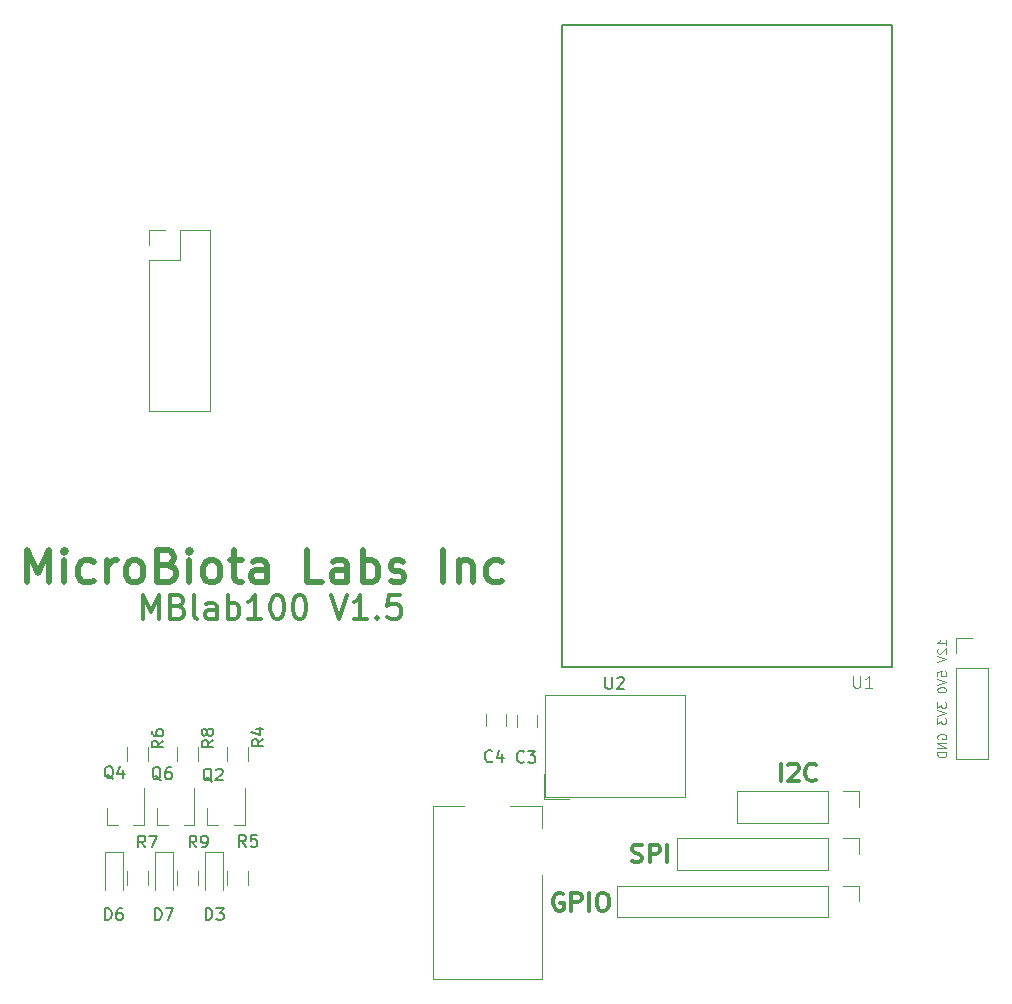
<source format=gto>
G04 #@! TF.GenerationSoftware,KiCad,Pcbnew,(5.0.0)*
G04 #@! TF.CreationDate,2019-02-03T17:05:02-08:00*
G04 #@! TF.ProjectId,mlab100_Base_Panel_1.5,6D6C61623130305F426173655F50616E,rev?*
G04 #@! TF.SameCoordinates,Original*
G04 #@! TF.FileFunction,Legend,Top*
G04 #@! TF.FilePolarity,Positive*
%FSLAX46Y46*%
G04 Gerber Fmt 4.6, Leading zero omitted, Abs format (unit mm)*
G04 Created by KiCad (PCBNEW (5.0.0)) date 02/03/19 17:05:02*
%MOMM*%
%LPD*%
G01*
G04 APERTURE LIST*
%ADD10C,0.300000*%
%ADD11C,0.100000*%
%ADD12C,0.500000*%
%ADD13C,0.127000*%
%ADD14C,0.120000*%
%ADD15C,0.050000*%
%ADD16C,0.150000*%
G04 APERTURE END LIST*
D10*
X69725714Y-64028571D02*
X69725714Y-62528571D01*
X70368571Y-62671428D02*
X70440000Y-62600000D01*
X70582857Y-62528571D01*
X70940000Y-62528571D01*
X71082857Y-62600000D01*
X71154285Y-62671428D01*
X71225714Y-62814285D01*
X71225714Y-62957142D01*
X71154285Y-63171428D01*
X70297142Y-64028571D01*
X71225714Y-64028571D01*
X72725714Y-63885714D02*
X72654285Y-63957142D01*
X72440000Y-64028571D01*
X72297142Y-64028571D01*
X72082857Y-63957142D01*
X71940000Y-63814285D01*
X71868571Y-63671428D01*
X71797142Y-63385714D01*
X71797142Y-63171428D01*
X71868571Y-62885714D01*
X71940000Y-62742857D01*
X72082857Y-62600000D01*
X72297142Y-62528571D01*
X72440000Y-62528571D01*
X72654285Y-62600000D01*
X72725714Y-62671428D01*
X57124285Y-70817142D02*
X57338571Y-70888571D01*
X57695714Y-70888571D01*
X57838571Y-70817142D01*
X57910000Y-70745714D01*
X57981428Y-70602857D01*
X57981428Y-70460000D01*
X57910000Y-70317142D01*
X57838571Y-70245714D01*
X57695714Y-70174285D01*
X57410000Y-70102857D01*
X57267142Y-70031428D01*
X57195714Y-69960000D01*
X57124285Y-69817142D01*
X57124285Y-69674285D01*
X57195714Y-69531428D01*
X57267142Y-69460000D01*
X57410000Y-69388571D01*
X57767142Y-69388571D01*
X57981428Y-69460000D01*
X58624285Y-70888571D02*
X58624285Y-69388571D01*
X59195714Y-69388571D01*
X59338571Y-69460000D01*
X59410000Y-69531428D01*
X59481428Y-69674285D01*
X59481428Y-69888571D01*
X59410000Y-70031428D01*
X59338571Y-70102857D01*
X59195714Y-70174285D01*
X58624285Y-70174285D01*
X60124285Y-70888571D02*
X60124285Y-69388571D01*
X51280000Y-73540000D02*
X51137142Y-73468571D01*
X50922857Y-73468571D01*
X50708571Y-73540000D01*
X50565714Y-73682857D01*
X50494285Y-73825714D01*
X50422857Y-74111428D01*
X50422857Y-74325714D01*
X50494285Y-74611428D01*
X50565714Y-74754285D01*
X50708571Y-74897142D01*
X50922857Y-74968571D01*
X51065714Y-74968571D01*
X51280000Y-74897142D01*
X51351428Y-74825714D01*
X51351428Y-74325714D01*
X51065714Y-74325714D01*
X51994285Y-74968571D02*
X51994285Y-73468571D01*
X52565714Y-73468571D01*
X52708571Y-73540000D01*
X52780000Y-73611428D01*
X52851428Y-73754285D01*
X52851428Y-73968571D01*
X52780000Y-74111428D01*
X52708571Y-74182857D01*
X52565714Y-74254285D01*
X51994285Y-74254285D01*
X53494285Y-74968571D02*
X53494285Y-73468571D01*
X54494285Y-73468571D02*
X54780000Y-73468571D01*
X54922857Y-73540000D01*
X55065714Y-73682857D01*
X55137142Y-73968571D01*
X55137142Y-74468571D01*
X55065714Y-74754285D01*
X54922857Y-74897142D01*
X54780000Y-74968571D01*
X54494285Y-74968571D01*
X54351428Y-74897142D01*
X54208571Y-74754285D01*
X54137142Y-74468571D01*
X54137142Y-73968571D01*
X54208571Y-73682857D01*
X54351428Y-73540000D01*
X54494285Y-73468571D01*
D11*
X83729285Y-52504285D02*
X83729285Y-52075714D01*
X83729285Y-52290000D02*
X82979285Y-52290000D01*
X83086428Y-52218571D01*
X83157857Y-52147142D01*
X83193571Y-52075714D01*
X83050714Y-52790000D02*
X83015000Y-52825714D01*
X82979285Y-52897142D01*
X82979285Y-53075714D01*
X83015000Y-53147142D01*
X83050714Y-53182857D01*
X83122142Y-53218571D01*
X83193571Y-53218571D01*
X83300714Y-53182857D01*
X83729285Y-52754285D01*
X83729285Y-53218571D01*
X82979285Y-53432857D02*
X83729285Y-53682857D01*
X82979285Y-53932857D01*
X82979285Y-55111428D02*
X82979285Y-54754285D01*
X83336428Y-54718571D01*
X83300714Y-54754285D01*
X83265000Y-54825714D01*
X83265000Y-55004285D01*
X83300714Y-55075714D01*
X83336428Y-55111428D01*
X83407857Y-55147142D01*
X83586428Y-55147142D01*
X83657857Y-55111428D01*
X83693571Y-55075714D01*
X83729285Y-55004285D01*
X83729285Y-54825714D01*
X83693571Y-54754285D01*
X83657857Y-54718571D01*
X82979285Y-55361428D02*
X83729285Y-55611428D01*
X82979285Y-55861428D01*
X82979285Y-56254285D02*
X82979285Y-56325714D01*
X83015000Y-56397142D01*
X83050714Y-56432857D01*
X83122142Y-56468571D01*
X83265000Y-56504285D01*
X83443571Y-56504285D01*
X83586428Y-56468571D01*
X83657857Y-56432857D01*
X83693571Y-56397142D01*
X83729285Y-56325714D01*
X83729285Y-56254285D01*
X83693571Y-56182857D01*
X83657857Y-56147142D01*
X83586428Y-56111428D01*
X83443571Y-56075714D01*
X83265000Y-56075714D01*
X83122142Y-56111428D01*
X83050714Y-56147142D01*
X83015000Y-56182857D01*
X82979285Y-56254285D01*
X82979285Y-57325714D02*
X82979285Y-57790000D01*
X83265000Y-57540000D01*
X83265000Y-57647142D01*
X83300714Y-57718571D01*
X83336428Y-57754285D01*
X83407857Y-57790000D01*
X83586428Y-57790000D01*
X83657857Y-57754285D01*
X83693571Y-57718571D01*
X83729285Y-57647142D01*
X83729285Y-57432857D01*
X83693571Y-57361428D01*
X83657857Y-57325714D01*
X82979285Y-58004285D02*
X83729285Y-58254285D01*
X82979285Y-58504285D01*
X82979285Y-58682857D02*
X82979285Y-59147142D01*
X83265000Y-58897142D01*
X83265000Y-59004285D01*
X83300714Y-59075714D01*
X83336428Y-59111428D01*
X83407857Y-59147142D01*
X83586428Y-59147142D01*
X83657857Y-59111428D01*
X83693571Y-59075714D01*
X83729285Y-59004285D01*
X83729285Y-58790000D01*
X83693571Y-58718571D01*
X83657857Y-58682857D01*
X83015000Y-60432857D02*
X82979285Y-60361428D01*
X82979285Y-60254285D01*
X83015000Y-60147142D01*
X83086428Y-60075714D01*
X83157857Y-60040000D01*
X83300714Y-60004285D01*
X83407857Y-60004285D01*
X83550714Y-60040000D01*
X83622142Y-60075714D01*
X83693571Y-60147142D01*
X83729285Y-60254285D01*
X83729285Y-60325714D01*
X83693571Y-60432857D01*
X83657857Y-60468571D01*
X83407857Y-60468571D01*
X83407857Y-60325714D01*
X83729285Y-60790000D02*
X82979285Y-60790000D01*
X83729285Y-61218571D01*
X82979285Y-61218571D01*
X83729285Y-61575714D02*
X82979285Y-61575714D01*
X82979285Y-61754285D01*
X83015000Y-61861428D01*
X83086428Y-61932857D01*
X83157857Y-61968571D01*
X83300714Y-62004285D01*
X83407857Y-62004285D01*
X83550714Y-61968571D01*
X83622142Y-61932857D01*
X83693571Y-61861428D01*
X83729285Y-61754285D01*
X83729285Y-61575714D01*
D10*
X15752857Y-50274761D02*
X15752857Y-48274761D01*
X16419523Y-49703333D01*
X17086190Y-48274761D01*
X17086190Y-50274761D01*
X18705238Y-49227142D02*
X18990952Y-49322380D01*
X19086190Y-49417619D01*
X19181428Y-49608095D01*
X19181428Y-49893809D01*
X19086190Y-50084285D01*
X18990952Y-50179523D01*
X18800476Y-50274761D01*
X18038571Y-50274761D01*
X18038571Y-48274761D01*
X18705238Y-48274761D01*
X18895714Y-48370000D01*
X18990952Y-48465238D01*
X19086190Y-48655714D01*
X19086190Y-48846190D01*
X18990952Y-49036666D01*
X18895714Y-49131904D01*
X18705238Y-49227142D01*
X18038571Y-49227142D01*
X20324285Y-50274761D02*
X20133809Y-50179523D01*
X20038571Y-49989047D01*
X20038571Y-48274761D01*
X21943333Y-50274761D02*
X21943333Y-49227142D01*
X21848095Y-49036666D01*
X21657619Y-48941428D01*
X21276666Y-48941428D01*
X21086190Y-49036666D01*
X21943333Y-50179523D02*
X21752857Y-50274761D01*
X21276666Y-50274761D01*
X21086190Y-50179523D01*
X20990952Y-49989047D01*
X20990952Y-49798571D01*
X21086190Y-49608095D01*
X21276666Y-49512857D01*
X21752857Y-49512857D01*
X21943333Y-49417619D01*
X22895714Y-50274761D02*
X22895714Y-48274761D01*
X22895714Y-49036666D02*
X23086190Y-48941428D01*
X23467142Y-48941428D01*
X23657619Y-49036666D01*
X23752857Y-49131904D01*
X23848095Y-49322380D01*
X23848095Y-49893809D01*
X23752857Y-50084285D01*
X23657619Y-50179523D01*
X23467142Y-50274761D01*
X23086190Y-50274761D01*
X22895714Y-50179523D01*
X25752857Y-50274761D02*
X24610000Y-50274761D01*
X25181428Y-50274761D02*
X25181428Y-48274761D01*
X24990952Y-48560476D01*
X24800476Y-48750952D01*
X24610000Y-48846190D01*
X26990952Y-48274761D02*
X27181428Y-48274761D01*
X27371904Y-48370000D01*
X27467142Y-48465238D01*
X27562380Y-48655714D01*
X27657619Y-49036666D01*
X27657619Y-49512857D01*
X27562380Y-49893809D01*
X27467142Y-50084285D01*
X27371904Y-50179523D01*
X27181428Y-50274761D01*
X26990952Y-50274761D01*
X26800476Y-50179523D01*
X26705238Y-50084285D01*
X26610000Y-49893809D01*
X26514761Y-49512857D01*
X26514761Y-49036666D01*
X26610000Y-48655714D01*
X26705238Y-48465238D01*
X26800476Y-48370000D01*
X26990952Y-48274761D01*
X28895714Y-48274761D02*
X29086190Y-48274761D01*
X29276666Y-48370000D01*
X29371904Y-48465238D01*
X29467142Y-48655714D01*
X29562380Y-49036666D01*
X29562380Y-49512857D01*
X29467142Y-49893809D01*
X29371904Y-50084285D01*
X29276666Y-50179523D01*
X29086190Y-50274761D01*
X28895714Y-50274761D01*
X28705238Y-50179523D01*
X28610000Y-50084285D01*
X28514761Y-49893809D01*
X28419523Y-49512857D01*
X28419523Y-49036666D01*
X28514761Y-48655714D01*
X28610000Y-48465238D01*
X28705238Y-48370000D01*
X28895714Y-48274761D01*
X31657619Y-48274761D02*
X32324285Y-50274761D01*
X32990952Y-48274761D01*
X34705238Y-50274761D02*
X33562380Y-50274761D01*
X34133809Y-50274761D02*
X34133809Y-48274761D01*
X33943333Y-48560476D01*
X33752857Y-48750952D01*
X33562380Y-48846190D01*
X35562380Y-50084285D02*
X35657619Y-50179523D01*
X35562380Y-50274761D01*
X35467142Y-50179523D01*
X35562380Y-50084285D01*
X35562380Y-50274761D01*
X37467142Y-48274761D02*
X36514761Y-48274761D01*
X36419523Y-49227142D01*
X36514761Y-49131904D01*
X36705238Y-49036666D01*
X37181428Y-49036666D01*
X37371904Y-49131904D01*
X37467142Y-49227142D01*
X37562380Y-49417619D01*
X37562380Y-49893809D01*
X37467142Y-50084285D01*
X37371904Y-50179523D01*
X37181428Y-50274761D01*
X36705238Y-50274761D01*
X36514761Y-50179523D01*
X36419523Y-50084285D01*
D12*
X5904285Y-47164047D02*
X5904285Y-44414047D01*
X6820952Y-46378333D01*
X7737619Y-44414047D01*
X7737619Y-47164047D01*
X9047142Y-47164047D02*
X9047142Y-45330714D01*
X9047142Y-44414047D02*
X8916190Y-44545000D01*
X9047142Y-44675952D01*
X9178095Y-44545000D01*
X9047142Y-44414047D01*
X9047142Y-44675952D01*
X11535238Y-47033095D02*
X11273333Y-47164047D01*
X10749523Y-47164047D01*
X10487619Y-47033095D01*
X10356666Y-46902142D01*
X10225714Y-46640238D01*
X10225714Y-45854523D01*
X10356666Y-45592619D01*
X10487619Y-45461666D01*
X10749523Y-45330714D01*
X11273333Y-45330714D01*
X11535238Y-45461666D01*
X12713809Y-47164047D02*
X12713809Y-45330714D01*
X12713809Y-45854523D02*
X12844761Y-45592619D01*
X12975714Y-45461666D01*
X13237619Y-45330714D01*
X13499523Y-45330714D01*
X14809047Y-47164047D02*
X14547142Y-47033095D01*
X14416190Y-46902142D01*
X14285238Y-46640238D01*
X14285238Y-45854523D01*
X14416190Y-45592619D01*
X14547142Y-45461666D01*
X14809047Y-45330714D01*
X15201904Y-45330714D01*
X15463809Y-45461666D01*
X15594761Y-45592619D01*
X15725714Y-45854523D01*
X15725714Y-46640238D01*
X15594761Y-46902142D01*
X15463809Y-47033095D01*
X15201904Y-47164047D01*
X14809047Y-47164047D01*
X17820952Y-45723571D02*
X18213809Y-45854523D01*
X18344761Y-45985476D01*
X18475714Y-46247380D01*
X18475714Y-46640238D01*
X18344761Y-46902142D01*
X18213809Y-47033095D01*
X17951904Y-47164047D01*
X16904285Y-47164047D01*
X16904285Y-44414047D01*
X17820952Y-44414047D01*
X18082857Y-44545000D01*
X18213809Y-44675952D01*
X18344761Y-44937857D01*
X18344761Y-45199761D01*
X18213809Y-45461666D01*
X18082857Y-45592619D01*
X17820952Y-45723571D01*
X16904285Y-45723571D01*
X19654285Y-47164047D02*
X19654285Y-45330714D01*
X19654285Y-44414047D02*
X19523333Y-44545000D01*
X19654285Y-44675952D01*
X19785238Y-44545000D01*
X19654285Y-44414047D01*
X19654285Y-44675952D01*
X21356666Y-47164047D02*
X21094761Y-47033095D01*
X20963809Y-46902142D01*
X20832857Y-46640238D01*
X20832857Y-45854523D01*
X20963809Y-45592619D01*
X21094761Y-45461666D01*
X21356666Y-45330714D01*
X21749523Y-45330714D01*
X22011428Y-45461666D01*
X22142380Y-45592619D01*
X22273333Y-45854523D01*
X22273333Y-46640238D01*
X22142380Y-46902142D01*
X22011428Y-47033095D01*
X21749523Y-47164047D01*
X21356666Y-47164047D01*
X23059047Y-45330714D02*
X24106666Y-45330714D01*
X23451904Y-44414047D02*
X23451904Y-46771190D01*
X23582857Y-47033095D01*
X23844761Y-47164047D01*
X24106666Y-47164047D01*
X26201904Y-47164047D02*
X26201904Y-45723571D01*
X26070952Y-45461666D01*
X25809047Y-45330714D01*
X25285238Y-45330714D01*
X25023333Y-45461666D01*
X26201904Y-47033095D02*
X25939999Y-47164047D01*
X25285238Y-47164047D01*
X25023333Y-47033095D01*
X24892380Y-46771190D01*
X24892380Y-46509285D01*
X25023333Y-46247380D01*
X25285238Y-46116428D01*
X25939999Y-46116428D01*
X26201904Y-45985476D01*
X30916190Y-47164047D02*
X29606666Y-47164047D01*
X29606666Y-44414047D01*
X33011428Y-47164047D02*
X33011428Y-45723571D01*
X32880476Y-45461666D01*
X32618571Y-45330714D01*
X32094761Y-45330714D01*
X31832857Y-45461666D01*
X33011428Y-47033095D02*
X32749523Y-47164047D01*
X32094761Y-47164047D01*
X31832857Y-47033095D01*
X31701904Y-46771190D01*
X31701904Y-46509285D01*
X31832857Y-46247380D01*
X32094761Y-46116428D01*
X32749523Y-46116428D01*
X33011428Y-45985476D01*
X34320952Y-47164047D02*
X34320952Y-44414047D01*
X34320952Y-45461666D02*
X34582857Y-45330714D01*
X35106666Y-45330714D01*
X35368571Y-45461666D01*
X35499523Y-45592619D01*
X35630476Y-45854523D01*
X35630476Y-46640238D01*
X35499523Y-46902142D01*
X35368571Y-47033095D01*
X35106666Y-47164047D01*
X34582857Y-47164047D01*
X34320952Y-47033095D01*
X36678095Y-47033095D02*
X36940000Y-47164047D01*
X37463809Y-47164047D01*
X37725714Y-47033095D01*
X37856666Y-46771190D01*
X37856666Y-46640238D01*
X37725714Y-46378333D01*
X37463809Y-46247380D01*
X37070952Y-46247380D01*
X36809047Y-46116428D01*
X36678095Y-45854523D01*
X36678095Y-45723571D01*
X36809047Y-45461666D01*
X37070952Y-45330714D01*
X37463809Y-45330714D01*
X37725714Y-45461666D01*
X41130476Y-47164047D02*
X41130476Y-44414047D01*
X42440000Y-45330714D02*
X42440000Y-47164047D01*
X42440000Y-45592619D02*
X42570952Y-45461666D01*
X42832857Y-45330714D01*
X43225714Y-45330714D01*
X43487619Y-45461666D01*
X43618571Y-45723571D01*
X43618571Y-47164047D01*
X46106666Y-47033095D02*
X45844761Y-47164047D01*
X45320952Y-47164047D01*
X45059047Y-47033095D01*
X44928095Y-46902142D01*
X44797142Y-46640238D01*
X44797142Y-45854523D01*
X44928095Y-45592619D01*
X45059047Y-45461666D01*
X45320952Y-45330714D01*
X45844761Y-45330714D01*
X46106666Y-45461666D01*
D13*
G04 #@! TO.C,U1*
X79110000Y40000D02*
X79110000Y-54360000D01*
X79110000Y-54360000D02*
X51210000Y-54360000D01*
X51210000Y-54360000D02*
X51210000Y40000D01*
X51210000Y40000D02*
X79110000Y40000D01*
D14*
G04 #@! TO.C,U2*
X49640000Y-63400000D02*
X49640000Y-65550000D01*
X49640000Y-65550000D02*
X51790000Y-65550000D01*
X49790000Y-56700000D02*
X49790000Y-65400000D01*
X49790000Y-65400000D02*
X61590000Y-65400000D01*
X61590000Y-65400000D02*
X61590000Y-56700000D01*
X61590000Y-56700000D02*
X49790000Y-56700000D01*
G04 #@! TO.C,R5*
X22870000Y-72850000D02*
X22870000Y-71650000D01*
X24630000Y-71650000D02*
X24630000Y-72850000D01*
G04 #@! TO.C,R7*
X14370000Y-72850000D02*
X14370000Y-71650000D01*
X16130000Y-71650000D02*
X16130000Y-72850000D01*
G04 #@! TO.C,J1*
X84570000Y-62150000D02*
X87230000Y-62150000D01*
X84570000Y-54470000D02*
X84570000Y-62150000D01*
X87230000Y-54470000D02*
X87230000Y-62150000D01*
X84570000Y-54470000D02*
X87230000Y-54470000D01*
X84570000Y-53200000D02*
X84570000Y-51870000D01*
X84570000Y-51870000D02*
X85900000Y-51870000D01*
G04 #@! TO.C,Q6*
X16920000Y-67760000D02*
X17850000Y-67760000D01*
X20080000Y-67760000D02*
X19150000Y-67760000D01*
X20080000Y-67760000D02*
X20080000Y-64600000D01*
X16920000Y-67760000D02*
X16920000Y-66300000D01*
G04 #@! TO.C,Q2*
X21170000Y-67760000D02*
X22100000Y-67760000D01*
X24330000Y-67760000D02*
X23400000Y-67760000D01*
X24330000Y-67760000D02*
X24330000Y-64600000D01*
X21170000Y-67760000D02*
X21170000Y-66300000D01*
G04 #@! TO.C,J5*
X55890000Y-72870000D02*
X55890000Y-75530000D01*
X73730000Y-72870000D02*
X55890000Y-72870000D01*
X73730000Y-75530000D02*
X55890000Y-75530000D01*
X73730000Y-72870000D02*
X73730000Y-75530000D01*
X75000000Y-72870000D02*
X76330000Y-72870000D01*
X76330000Y-72870000D02*
X76330000Y-74200000D01*
G04 #@! TO.C,Q4*
X12670000Y-67760000D02*
X13600000Y-67760000D01*
X15830000Y-67760000D02*
X14900000Y-67760000D01*
X15830000Y-67760000D02*
X15830000Y-64600000D01*
X12670000Y-67760000D02*
X12670000Y-66300000D01*
G04 #@! TO.C,C4*
X44750000Y-58350000D02*
X44750000Y-59350000D01*
X46450000Y-59350000D02*
X46450000Y-58350000D01*
G04 #@! TO.C,C3*
X49050000Y-59450000D02*
X49050000Y-58450000D01*
X47350000Y-58450000D02*
X47350000Y-59450000D01*
G04 #@! TO.C,R9*
X18620000Y-72850000D02*
X18620000Y-71650000D01*
X20380000Y-71650000D02*
X20380000Y-72850000D01*
G04 #@! TO.C,J7*
X66050000Y-64870000D02*
X66050000Y-67530000D01*
X73730000Y-64870000D02*
X66050000Y-64870000D01*
X73730000Y-67530000D02*
X66050000Y-67530000D01*
X73730000Y-64870000D02*
X73730000Y-67530000D01*
X75000000Y-64870000D02*
X76330000Y-64870000D01*
X76330000Y-64870000D02*
X76330000Y-66200000D01*
G04 #@! TO.C,J2*
X16230000Y-17320000D02*
X17560000Y-17320000D01*
X16230000Y-18650000D02*
X16230000Y-17320000D01*
X18830000Y-17320000D02*
X21430000Y-17320000D01*
X18830000Y-19920000D02*
X18830000Y-17320000D01*
X16230000Y-19920000D02*
X18830000Y-19920000D01*
X21430000Y-17320000D02*
X21430000Y-32680000D01*
X16230000Y-19920000D02*
X16230000Y-32680000D01*
X16230000Y-32680000D02*
X21430000Y-32680000D01*
G04 #@! TO.C,J6*
X60970000Y-68870000D02*
X60970000Y-71530000D01*
X73730000Y-68870000D02*
X60970000Y-68870000D01*
X73730000Y-71530000D02*
X60970000Y-71530000D01*
X73730000Y-68870000D02*
X73730000Y-71530000D01*
X75000000Y-68870000D02*
X76330000Y-68870000D01*
X76330000Y-68870000D02*
X76330000Y-70200000D01*
G04 #@! TO.C,D3*
X21000000Y-73250000D02*
X21000000Y-70050000D01*
X22500000Y-70050000D02*
X22500000Y-73250000D01*
X22500000Y-70050000D02*
X21000000Y-70050000D01*
G04 #@! TO.C,D6*
X14000000Y-70050000D02*
X12500000Y-70050000D01*
X14000000Y-70050000D02*
X14000000Y-73250000D01*
X12500000Y-73250000D02*
X12500000Y-70050000D01*
G04 #@! TO.C,D7*
X16750000Y-73250000D02*
X16750000Y-70050000D01*
X18250000Y-70050000D02*
X18250000Y-73250000D01*
X18250000Y-70050000D02*
X16750000Y-70050000D01*
G04 #@! TO.C,R4*
X22870000Y-62350000D02*
X22870000Y-61150000D01*
X24630000Y-61150000D02*
X24630000Y-62350000D01*
G04 #@! TO.C,R6*
X16130000Y-61150000D02*
X16130000Y-62350000D01*
X14370000Y-62350000D02*
X14370000Y-61150000D01*
G04 #@! TO.C,R8*
X18620000Y-62350000D02*
X18620000Y-61150000D01*
X20380000Y-61150000D02*
X20380000Y-62350000D01*
G04 #@! TO.C,J4*
X40300000Y-66100000D02*
X42900000Y-66100000D01*
X40300000Y-80800000D02*
X40300000Y-66100000D01*
X49500000Y-66100000D02*
X49500000Y-68000000D01*
X46800000Y-66100000D02*
X49500000Y-66100000D01*
X49500000Y-80800000D02*
X40300000Y-80800000D01*
X49500000Y-72000000D02*
X49500000Y-80800000D01*
G04 #@! TO.C,U1*
D15*
X75862198Y-55108167D02*
X75862198Y-55918006D01*
X75909835Y-56013282D01*
X75957473Y-56060919D01*
X76052748Y-56108557D01*
X76243299Y-56108557D01*
X76338574Y-56060919D01*
X76386211Y-56013282D01*
X76433849Y-55918006D01*
X76433849Y-55108167D01*
X77434239Y-56108557D02*
X76862588Y-56108557D01*
X77148413Y-56108557D02*
X77148413Y-55108167D01*
X77053138Y-55251080D01*
X76957863Y-55346355D01*
X76862588Y-55393993D01*
G04 #@! TO.C,U2*
D16*
X54878095Y-55202380D02*
X54878095Y-56011904D01*
X54925714Y-56107142D01*
X54973333Y-56154761D01*
X55068571Y-56202380D01*
X55259047Y-56202380D01*
X55354285Y-56154761D01*
X55401904Y-56107142D01*
X55449523Y-56011904D01*
X55449523Y-55202380D01*
X55878095Y-55297619D02*
X55925714Y-55250000D01*
X56020952Y-55202380D01*
X56259047Y-55202380D01*
X56354285Y-55250000D01*
X56401904Y-55297619D01*
X56449523Y-55392857D01*
X56449523Y-55488095D01*
X56401904Y-55630952D01*
X55830476Y-56202380D01*
X56449523Y-56202380D01*
G04 #@! TO.C,R5*
X24443333Y-69572380D02*
X24110000Y-69096190D01*
X23871904Y-69572380D02*
X23871904Y-68572380D01*
X24252857Y-68572380D01*
X24348095Y-68620000D01*
X24395714Y-68667619D01*
X24443333Y-68762857D01*
X24443333Y-68905714D01*
X24395714Y-69000952D01*
X24348095Y-69048571D01*
X24252857Y-69096190D01*
X23871904Y-69096190D01*
X25348095Y-68572380D02*
X24871904Y-68572380D01*
X24824285Y-69048571D01*
X24871904Y-69000952D01*
X24967142Y-68953333D01*
X25205238Y-68953333D01*
X25300476Y-69000952D01*
X25348095Y-69048571D01*
X25395714Y-69143809D01*
X25395714Y-69381904D01*
X25348095Y-69477142D01*
X25300476Y-69524761D01*
X25205238Y-69572380D01*
X24967142Y-69572380D01*
X24871904Y-69524761D01*
X24824285Y-69477142D01*
G04 #@! TO.C,R7*
X15903333Y-69632380D02*
X15570000Y-69156190D01*
X15331904Y-69632380D02*
X15331904Y-68632380D01*
X15712857Y-68632380D01*
X15808095Y-68680000D01*
X15855714Y-68727619D01*
X15903333Y-68822857D01*
X15903333Y-68965714D01*
X15855714Y-69060952D01*
X15808095Y-69108571D01*
X15712857Y-69156190D01*
X15331904Y-69156190D01*
X16236666Y-68632380D02*
X16903333Y-68632380D01*
X16474761Y-69632380D01*
G04 #@! TO.C,Q6*
X17244761Y-63937619D02*
X17149523Y-63890000D01*
X17054285Y-63794761D01*
X16911428Y-63651904D01*
X16816190Y-63604285D01*
X16720952Y-63604285D01*
X16768571Y-63842380D02*
X16673333Y-63794761D01*
X16578095Y-63699523D01*
X16530476Y-63509047D01*
X16530476Y-63175714D01*
X16578095Y-62985238D01*
X16673333Y-62890000D01*
X16768571Y-62842380D01*
X16959047Y-62842380D01*
X17054285Y-62890000D01*
X17149523Y-62985238D01*
X17197142Y-63175714D01*
X17197142Y-63509047D01*
X17149523Y-63699523D01*
X17054285Y-63794761D01*
X16959047Y-63842380D01*
X16768571Y-63842380D01*
X18054285Y-62842380D02*
X17863809Y-62842380D01*
X17768571Y-62890000D01*
X17720952Y-62937619D01*
X17625714Y-63080476D01*
X17578095Y-63270952D01*
X17578095Y-63651904D01*
X17625714Y-63747142D01*
X17673333Y-63794761D01*
X17768571Y-63842380D01*
X17959047Y-63842380D01*
X18054285Y-63794761D01*
X18101904Y-63747142D01*
X18149523Y-63651904D01*
X18149523Y-63413809D01*
X18101904Y-63318571D01*
X18054285Y-63270952D01*
X17959047Y-63223333D01*
X17768571Y-63223333D01*
X17673333Y-63270952D01*
X17625714Y-63318571D01*
X17578095Y-63413809D01*
G04 #@! TO.C,Q2*
X21564761Y-64047619D02*
X21469523Y-64000000D01*
X21374285Y-63904761D01*
X21231428Y-63761904D01*
X21136190Y-63714285D01*
X21040952Y-63714285D01*
X21088571Y-63952380D02*
X20993333Y-63904761D01*
X20898095Y-63809523D01*
X20850476Y-63619047D01*
X20850476Y-63285714D01*
X20898095Y-63095238D01*
X20993333Y-63000000D01*
X21088571Y-62952380D01*
X21279047Y-62952380D01*
X21374285Y-63000000D01*
X21469523Y-63095238D01*
X21517142Y-63285714D01*
X21517142Y-63619047D01*
X21469523Y-63809523D01*
X21374285Y-63904761D01*
X21279047Y-63952380D01*
X21088571Y-63952380D01*
X21898095Y-63047619D02*
X21945714Y-63000000D01*
X22040952Y-62952380D01*
X22279047Y-62952380D01*
X22374285Y-63000000D01*
X22421904Y-63047619D01*
X22469523Y-63142857D01*
X22469523Y-63238095D01*
X22421904Y-63380952D01*
X21850476Y-63952380D01*
X22469523Y-63952380D01*
G04 #@! TO.C,Q4*
X13204761Y-63837619D02*
X13109523Y-63790000D01*
X13014285Y-63694761D01*
X12871428Y-63551904D01*
X12776190Y-63504285D01*
X12680952Y-63504285D01*
X12728571Y-63742380D02*
X12633333Y-63694761D01*
X12538095Y-63599523D01*
X12490476Y-63409047D01*
X12490476Y-63075714D01*
X12538095Y-62885238D01*
X12633333Y-62790000D01*
X12728571Y-62742380D01*
X12919047Y-62742380D01*
X13014285Y-62790000D01*
X13109523Y-62885238D01*
X13157142Y-63075714D01*
X13157142Y-63409047D01*
X13109523Y-63599523D01*
X13014285Y-63694761D01*
X12919047Y-63742380D01*
X12728571Y-63742380D01*
X14014285Y-63075714D02*
X14014285Y-63742380D01*
X13776190Y-62694761D02*
X13538095Y-63409047D01*
X14157142Y-63409047D01*
G04 #@! TO.C,C4*
X45283333Y-62307142D02*
X45235714Y-62354761D01*
X45092857Y-62402380D01*
X44997619Y-62402380D01*
X44854761Y-62354761D01*
X44759523Y-62259523D01*
X44711904Y-62164285D01*
X44664285Y-61973809D01*
X44664285Y-61830952D01*
X44711904Y-61640476D01*
X44759523Y-61545238D01*
X44854761Y-61450000D01*
X44997619Y-61402380D01*
X45092857Y-61402380D01*
X45235714Y-61450000D01*
X45283333Y-61497619D01*
X46140476Y-61735714D02*
X46140476Y-62402380D01*
X45902380Y-61354761D02*
X45664285Y-62069047D01*
X46283333Y-62069047D01*
G04 #@! TO.C,C3*
X47983333Y-62357142D02*
X47935714Y-62404761D01*
X47792857Y-62452380D01*
X47697619Y-62452380D01*
X47554761Y-62404761D01*
X47459523Y-62309523D01*
X47411904Y-62214285D01*
X47364285Y-62023809D01*
X47364285Y-61880952D01*
X47411904Y-61690476D01*
X47459523Y-61595238D01*
X47554761Y-61500000D01*
X47697619Y-61452380D01*
X47792857Y-61452380D01*
X47935714Y-61500000D01*
X47983333Y-61547619D01*
X48316666Y-61452380D02*
X48935714Y-61452380D01*
X48602380Y-61833333D01*
X48745238Y-61833333D01*
X48840476Y-61880952D01*
X48888095Y-61928571D01*
X48935714Y-62023809D01*
X48935714Y-62261904D01*
X48888095Y-62357142D01*
X48840476Y-62404761D01*
X48745238Y-62452380D01*
X48459523Y-62452380D01*
X48364285Y-62404761D01*
X48316666Y-62357142D01*
G04 #@! TO.C,R9*
X20243333Y-69622380D02*
X19910000Y-69146190D01*
X19671904Y-69622380D02*
X19671904Y-68622380D01*
X20052857Y-68622380D01*
X20148095Y-68670000D01*
X20195714Y-68717619D01*
X20243333Y-68812857D01*
X20243333Y-68955714D01*
X20195714Y-69050952D01*
X20148095Y-69098571D01*
X20052857Y-69146190D01*
X19671904Y-69146190D01*
X20719523Y-69622380D02*
X20910000Y-69622380D01*
X21005238Y-69574761D01*
X21052857Y-69527142D01*
X21148095Y-69384285D01*
X21195714Y-69193809D01*
X21195714Y-68812857D01*
X21148095Y-68717619D01*
X21100476Y-68670000D01*
X21005238Y-68622380D01*
X20814761Y-68622380D01*
X20719523Y-68670000D01*
X20671904Y-68717619D01*
X20624285Y-68812857D01*
X20624285Y-69050952D01*
X20671904Y-69146190D01*
X20719523Y-69193809D01*
X20814761Y-69241428D01*
X21005238Y-69241428D01*
X21100476Y-69193809D01*
X21148095Y-69146190D01*
X21195714Y-69050952D01*
G04 #@! TO.C,D3*
X21031904Y-75772380D02*
X21031904Y-74772380D01*
X21270000Y-74772380D01*
X21412857Y-74820000D01*
X21508095Y-74915238D01*
X21555714Y-75010476D01*
X21603333Y-75200952D01*
X21603333Y-75343809D01*
X21555714Y-75534285D01*
X21508095Y-75629523D01*
X21412857Y-75724761D01*
X21270000Y-75772380D01*
X21031904Y-75772380D01*
X21936666Y-74772380D02*
X22555714Y-74772380D01*
X22222380Y-75153333D01*
X22365238Y-75153333D01*
X22460476Y-75200952D01*
X22508095Y-75248571D01*
X22555714Y-75343809D01*
X22555714Y-75581904D01*
X22508095Y-75677142D01*
X22460476Y-75724761D01*
X22365238Y-75772380D01*
X22079523Y-75772380D01*
X21984285Y-75724761D01*
X21936666Y-75677142D01*
G04 #@! TO.C,D6*
X12501904Y-75772380D02*
X12501904Y-74772380D01*
X12740000Y-74772380D01*
X12882857Y-74820000D01*
X12978095Y-74915238D01*
X13025714Y-75010476D01*
X13073333Y-75200952D01*
X13073333Y-75343809D01*
X13025714Y-75534285D01*
X12978095Y-75629523D01*
X12882857Y-75724761D01*
X12740000Y-75772380D01*
X12501904Y-75772380D01*
X13930476Y-74772380D02*
X13740000Y-74772380D01*
X13644761Y-74820000D01*
X13597142Y-74867619D01*
X13501904Y-75010476D01*
X13454285Y-75200952D01*
X13454285Y-75581904D01*
X13501904Y-75677142D01*
X13549523Y-75724761D01*
X13644761Y-75772380D01*
X13835238Y-75772380D01*
X13930476Y-75724761D01*
X13978095Y-75677142D01*
X14025714Y-75581904D01*
X14025714Y-75343809D01*
X13978095Y-75248571D01*
X13930476Y-75200952D01*
X13835238Y-75153333D01*
X13644761Y-75153333D01*
X13549523Y-75200952D01*
X13501904Y-75248571D01*
X13454285Y-75343809D01*
G04 #@! TO.C,D7*
X16721904Y-75792380D02*
X16721904Y-74792380D01*
X16960000Y-74792380D01*
X17102857Y-74840000D01*
X17198095Y-74935238D01*
X17245714Y-75030476D01*
X17293333Y-75220952D01*
X17293333Y-75363809D01*
X17245714Y-75554285D01*
X17198095Y-75649523D01*
X17102857Y-75744761D01*
X16960000Y-75792380D01*
X16721904Y-75792380D01*
X17626666Y-74792380D02*
X18293333Y-74792380D01*
X17864761Y-75792380D01*
G04 #@! TO.C,R4*
X25922380Y-60456666D02*
X25446190Y-60790000D01*
X25922380Y-61028095D02*
X24922380Y-61028095D01*
X24922380Y-60647142D01*
X24970000Y-60551904D01*
X25017619Y-60504285D01*
X25112857Y-60456666D01*
X25255714Y-60456666D01*
X25350952Y-60504285D01*
X25398571Y-60551904D01*
X25446190Y-60647142D01*
X25446190Y-61028095D01*
X25255714Y-59599523D02*
X25922380Y-59599523D01*
X24874761Y-59837619D02*
X25589047Y-60075714D01*
X25589047Y-59456666D01*
G04 #@! TO.C,R6*
X17452380Y-60586666D02*
X16976190Y-60920000D01*
X17452380Y-61158095D02*
X16452380Y-61158095D01*
X16452380Y-60777142D01*
X16500000Y-60681904D01*
X16547619Y-60634285D01*
X16642857Y-60586666D01*
X16785714Y-60586666D01*
X16880952Y-60634285D01*
X16928571Y-60681904D01*
X16976190Y-60777142D01*
X16976190Y-61158095D01*
X16452380Y-59729523D02*
X16452380Y-59920000D01*
X16500000Y-60015238D01*
X16547619Y-60062857D01*
X16690476Y-60158095D01*
X16880952Y-60205714D01*
X17261904Y-60205714D01*
X17357142Y-60158095D01*
X17404761Y-60110476D01*
X17452380Y-60015238D01*
X17452380Y-59824761D01*
X17404761Y-59729523D01*
X17357142Y-59681904D01*
X17261904Y-59634285D01*
X17023809Y-59634285D01*
X16928571Y-59681904D01*
X16880952Y-59729523D01*
X16833333Y-59824761D01*
X16833333Y-60015238D01*
X16880952Y-60110476D01*
X16928571Y-60158095D01*
X17023809Y-60205714D01*
G04 #@! TO.C,R8*
X21682380Y-60536666D02*
X21206190Y-60870000D01*
X21682380Y-61108095D02*
X20682380Y-61108095D01*
X20682380Y-60727142D01*
X20730000Y-60631904D01*
X20777619Y-60584285D01*
X20872857Y-60536666D01*
X21015714Y-60536666D01*
X21110952Y-60584285D01*
X21158571Y-60631904D01*
X21206190Y-60727142D01*
X21206190Y-61108095D01*
X21110952Y-59965238D02*
X21063333Y-60060476D01*
X21015714Y-60108095D01*
X20920476Y-60155714D01*
X20872857Y-60155714D01*
X20777619Y-60108095D01*
X20730000Y-60060476D01*
X20682380Y-59965238D01*
X20682380Y-59774761D01*
X20730000Y-59679523D01*
X20777619Y-59631904D01*
X20872857Y-59584285D01*
X20920476Y-59584285D01*
X21015714Y-59631904D01*
X21063333Y-59679523D01*
X21110952Y-59774761D01*
X21110952Y-59965238D01*
X21158571Y-60060476D01*
X21206190Y-60108095D01*
X21301428Y-60155714D01*
X21491904Y-60155714D01*
X21587142Y-60108095D01*
X21634761Y-60060476D01*
X21682380Y-59965238D01*
X21682380Y-59774761D01*
X21634761Y-59679523D01*
X21587142Y-59631904D01*
X21491904Y-59584285D01*
X21301428Y-59584285D01*
X21206190Y-59631904D01*
X21158571Y-59679523D01*
X21110952Y-59774761D01*
G04 #@! TD*
M02*

</source>
